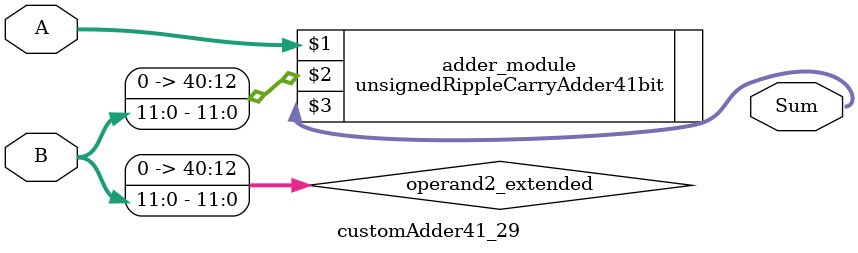
<source format=v>
module customAdder41_29(
                        input [40 : 0] A,
                        input [11 : 0] B,
                        
                        output [41 : 0] Sum
                );

        wire [40 : 0] operand2_extended;
        
        assign operand2_extended =  {29'b0, B};
        
        unsignedRippleCarryAdder41bit adder_module(
            A,
            operand2_extended,
            Sum
        );
        
        endmodule
        
</source>
